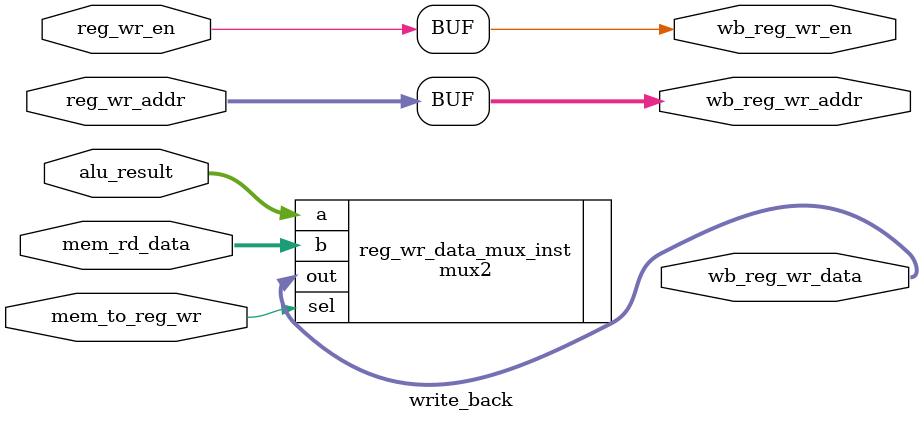
<source format=v>
module write_back(
	input reg_wr_en,
	input mem_to_reg_wr,
	input [31:0] alu_result,
	input [31:0] mem_rd_data,
	input [4:0] reg_wr_addr,
	output wb_reg_wr_en,
	output [4:0] wb_reg_wr_addr,
	output [31:0] wb_reg_wr_data
);
	
	mux2 reg_wr_data_mux_inst(
		.a(alu_result),
		.b(mem_rd_data),
		.sel(mem_to_reg_wr),
		.out(wb_reg_wr_data)
	);
	
	assign wb_reg_wr_addr = reg_wr_addr;
	assign wb_reg_wr_en = reg_wr_en;
	
endmodule
</source>
